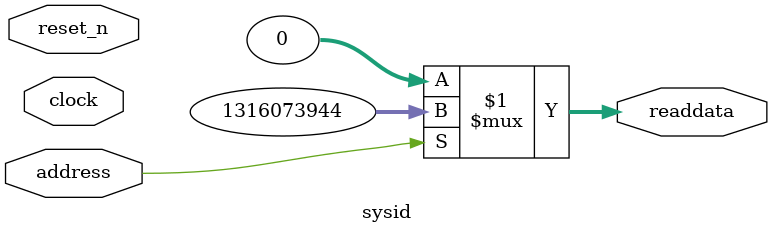
<source format=v>

`timescale 1ns / 1ps
// synthesis translate_on

// turn off superfluous verilog processor warnings 
// altera message_level Level1 
// altera message_off 10034 10035 10036 10037 10230 10240 10030 

module sysid (
               // inputs:
                address,
                clock,
                reset_n,

               // outputs:
                readdata
             )
;

  output  [ 31: 0] readdata;
  input            address;
  input            clock;
  input            reset_n;

  wire    [ 31: 0] readdata;
  //control_slave, which is an e_avalon_slave
  assign readdata = address ? 1316073944 : 0;

endmodule


</source>
